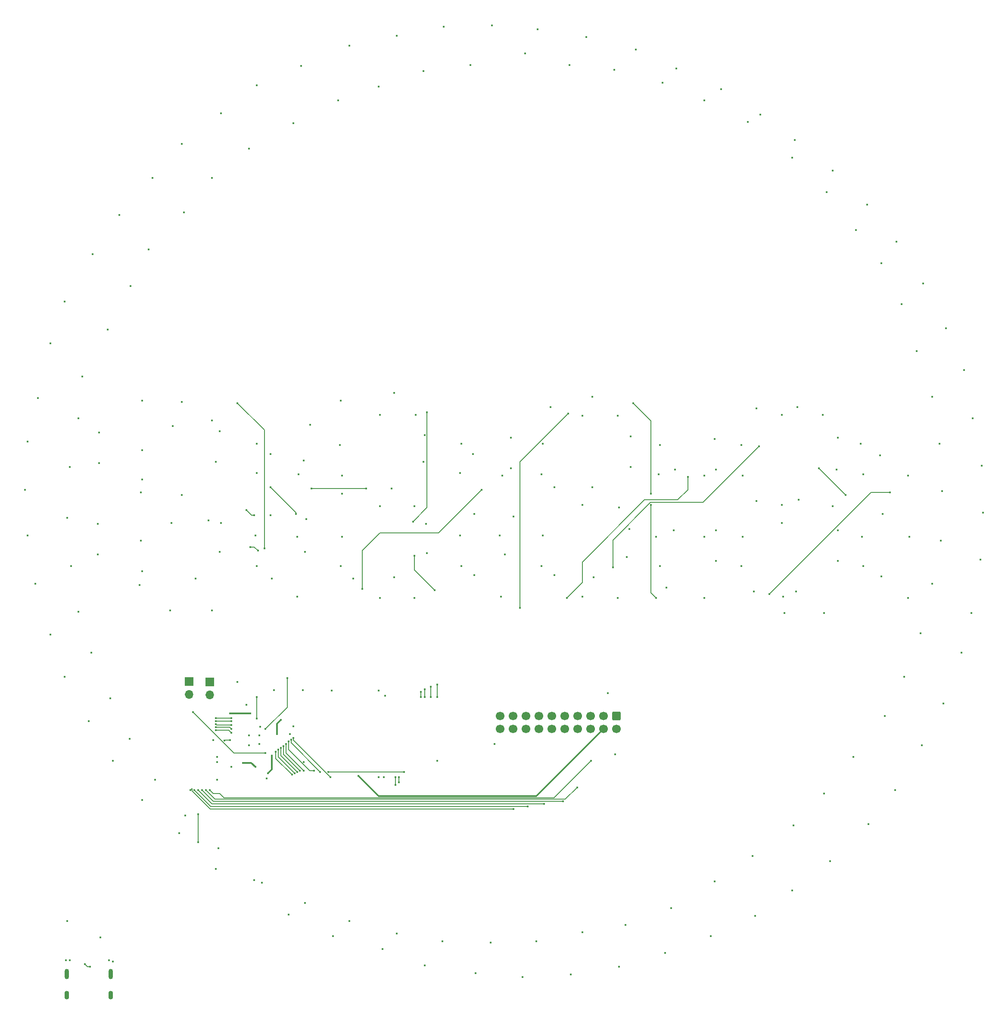
<source format=gbr>
%TF.GenerationSoftware,KiCad,Pcbnew,(6.0.9-0)*%
%TF.CreationDate,2022-12-31T14:30:25+01:00*%
%TF.ProjectId,tomclock,746f6d63-6c6f-4636-9b2e-6b696361645f,rev?*%
%TF.SameCoordinates,Original*%
%TF.FileFunction,Copper,L4,Bot*%
%TF.FilePolarity,Positive*%
%FSLAX46Y46*%
G04 Gerber Fmt 4.6, Leading zero omitted, Abs format (unit mm)*
G04 Created by KiCad (PCBNEW (6.0.9-0)) date 2022-12-31 14:30:25*
%MOMM*%
%LPD*%
G01*
G04 APERTURE LIST*
G04 Aperture macros list*
%AMRoundRect*
0 Rectangle with rounded corners*
0 $1 Rounding radius*
0 $2 $3 $4 $5 $6 $7 $8 $9 X,Y pos of 4 corners*
0 Add a 4 corners polygon primitive as box body*
4,1,4,$2,$3,$4,$5,$6,$7,$8,$9,$2,$3,0*
0 Add four circle primitives for the rounded corners*
1,1,$1+$1,$2,$3*
1,1,$1+$1,$4,$5*
1,1,$1+$1,$6,$7*
1,1,$1+$1,$8,$9*
0 Add four rect primitives between the rounded corners*
20,1,$1+$1,$2,$3,$4,$5,0*
20,1,$1+$1,$4,$5,$6,$7,0*
20,1,$1+$1,$6,$7,$8,$9,0*
20,1,$1+$1,$8,$9,$2,$3,0*%
G04 Aperture macros list end*
%TA.AperFunction,ComponentPad*%
%ADD10R,1.700000X1.700000*%
%TD*%
%TA.AperFunction,ComponentPad*%
%ADD11O,1.700000X1.700000*%
%TD*%
%TA.AperFunction,ComponentPad*%
%ADD12O,0.900000X1.700000*%
%TD*%
%TA.AperFunction,ComponentPad*%
%ADD13O,0.900000X2.000000*%
%TD*%
%TA.AperFunction,ComponentPad*%
%ADD14RoundRect,0.250000X-0.600000X0.600000X-0.600000X-0.600000X0.600000X-0.600000X0.600000X0.600000X0*%
%TD*%
%TA.AperFunction,ComponentPad*%
%ADD15C,1.700000*%
%TD*%
%TA.AperFunction,ViaPad*%
%ADD16C,0.450000*%
%TD*%
%TA.AperFunction,Conductor*%
%ADD17C,0.300000*%
%TD*%
%TA.AperFunction,Conductor*%
%ADD18C,0.127000*%
%TD*%
G04 APERTURE END LIST*
D10*
%TO.P,J1,1,Pin_1*%
%TO.N,GND*%
X59250000Y-148475000D03*
D11*
%TO.P,J1,2,Pin_2*%
%TO.N,Net-(J1-Pad2)*%
X59250000Y-151015000D03*
%TD*%
D12*
%TO.P,J2,S1,SHIELD*%
%TO.N,GND*%
X35180000Y-210115000D03*
X43820000Y-210115000D03*
D13*
X43820000Y-205945000D03*
X35180000Y-205945000D03*
%TD*%
D14*
%TO.P,J4,1,Pin_1*%
%TO.N,GND*%
X143180000Y-155247500D03*
D15*
%TO.P,J4,2,Pin_2*%
X143180000Y-157787500D03*
%TO.P,J4,3,Pin_3*%
%TO.N,VBUS*%
X140640000Y-155247500D03*
%TO.P,J4,4,Pin_4*%
%TO.N,+3V3*%
X140640000Y-157787500D03*
%TO.P,J4,5,Pin_5*%
%TO.N,/GPIO7_5*%
X138100000Y-155247500D03*
%TO.P,J4,6,Pin_6*%
%TO.N,/GPIO22*%
X138100000Y-157787500D03*
%TO.P,J4,7,Pin_7*%
%TO.N,/GPIO6_5*%
X135560000Y-155247500D03*
%TO.P,J4,8,Pin_8*%
%TO.N,/GPIO21*%
X135560000Y-157787500D03*
%TO.P,J4,9,Pin_9*%
%TO.N,/GPIO5_5*%
X133020000Y-155247500D03*
%TO.P,J4,10,Pin_10*%
%TO.N,/GPIO20*%
X133020000Y-157787500D03*
%TO.P,J4,11,Pin_11*%
%TO.N,/GPIO4_5*%
X130480000Y-155247500D03*
%TO.P,J4,12,Pin_12*%
%TO.N,/GPIO19*%
X130480000Y-157787500D03*
%TO.P,J4,13,Pin_13*%
%TO.N,/GPIO3_5*%
X127940000Y-155247500D03*
%TO.P,J4,14,Pin_14*%
%TO.N,/GPIO18*%
X127940000Y-157787500D03*
%TO.P,J4,15,Pin_15*%
%TO.N,/GPIO2_5*%
X125400000Y-155247500D03*
%TO.P,J4,16,Pin_16*%
%TO.N,/GPIO17*%
X125400000Y-157787500D03*
%TO.P,J4,17,Pin_17*%
%TO.N,/Circle_5*%
X122860000Y-155247500D03*
%TO.P,J4,18,Pin_18*%
%TO.N,GND*%
X122860000Y-157787500D03*
%TO.P,J4,19,Pin_19*%
%TO.N,/Digit_5*%
X120320000Y-155247500D03*
%TO.P,J4,20,Pin_20*%
%TO.N,GND*%
X120320000Y-157787500D03*
%TD*%
D10*
%TO.P,J3,1,Pin_1*%
%TO.N,GND*%
X63250000Y-148500000D03*
D11*
%TO.P,J3,2,Pin_2*%
%TO.N,Net-(J3-Pad2)*%
X63250000Y-151040000D03*
%TD*%
D16*
%TO.N,GND*%
X80500000Y-120000000D03*
X143750000Y-114250000D03*
X71000000Y-159000000D03*
X65000000Y-181250000D03*
X178250000Y-42000000D03*
X40000000Y-142750000D03*
X168000000Y-120000000D03*
X191250000Y-101750000D03*
X124750000Y-206500000D03*
X103500000Y-114000000D03*
X160500000Y-108000000D03*
X37500000Y-96750000D03*
X72250000Y-119750000D03*
X97250000Y-201000000D03*
X200500000Y-132000000D03*
X78750000Y-194250000D03*
X160500000Y-132000000D03*
X105500000Y-204250000D03*
X114500000Y-27250000D03*
X143500000Y-132000000D03*
X191500000Y-120000000D03*
X43250000Y-79250000D03*
X36000000Y-125750000D03*
X120500000Y-131750000D03*
X81600000Y-150100000D03*
X208000000Y-79000000D03*
X112500000Y-107500000D03*
X125250000Y-25000000D03*
X203500000Y-70250000D03*
X175750000Y-96000000D03*
X175750000Y-117250000D03*
X120750000Y-108000000D03*
X191750000Y-125750000D03*
X43750000Y-151750000D03*
X44250000Y-203500000D03*
X47750000Y-70750000D03*
X161750000Y-198500000D03*
X160500000Y-120000000D03*
X128500000Y-107750000D03*
X37500000Y-134750000D03*
X50000000Y-126750000D03*
X211500000Y-87250000D03*
X143500000Y-96250000D03*
X192750000Y-176500000D03*
X151750000Y-125750000D03*
X151000000Y-120000000D03*
X183750000Y-96000000D03*
X176000000Y-131750000D03*
X97750000Y-151250000D03*
X72500000Y-107500000D03*
X50000000Y-108750000D03*
X108000000Y-164000000D03*
X103500000Y-132000000D03*
X87500000Y-198500000D03*
X143000000Y-162750000D03*
X213250000Y-96750000D03*
X198250000Y-62000000D03*
X68750000Y-148500000D03*
X170500000Y-194500000D03*
X80500000Y-131750000D03*
X56000000Y-98250000D03*
X63000000Y-116750000D03*
X71000000Y-161000000D03*
X185750000Y-48000000D03*
X185250000Y-183750000D03*
X96750000Y-96000000D03*
X136500000Y-96250000D03*
X80750000Y-107750000D03*
X67500000Y-165250000D03*
X177750000Y-189500000D03*
X52500000Y-167750000D03*
X35750000Y-106250000D03*
X71000000Y-43750000D03*
X96750000Y-114000000D03*
X215000000Y-106000000D03*
X64000000Y-160000000D03*
X64750000Y-164250000D03*
X134000000Y-27250000D03*
X63750000Y-49500000D03*
X119250000Y-160750000D03*
X105250000Y-28500000D03*
X73219634Y-157335000D03*
X89250000Y-108000000D03*
X112750000Y-125750000D03*
X75900000Y-150100000D03*
X72500000Y-101750000D03*
X167750000Y-102000000D03*
X58500000Y-174750000D03*
X72000000Y-187500000D03*
X70500000Y-153000000D03*
X136500000Y-131750000D03*
X35000000Y-203250000D03*
X58250000Y-56250000D03*
X38250000Y-88500000D03*
X79750000Y-38750000D03*
X103750000Y-96000000D03*
X143750000Y-204500000D03*
X79000000Y-158750000D03*
X128750000Y-119750000D03*
X55750000Y-117250000D03*
X88500000Y-34250000D03*
X79750000Y-157250000D03*
X41750000Y-198750000D03*
X89250000Y-120000000D03*
X167750000Y-125750000D03*
X89000000Y-125750000D03*
X64750000Y-163250000D03*
X120250000Y-119750000D03*
X142750000Y-28250000D03*
X168000000Y-108000000D03*
X49750000Y-120750000D03*
X184000000Y-135000000D03*
X213000000Y-135000000D03*
X112500000Y-119750000D03*
X73000000Y-159000000D03*
X64750000Y-167750000D03*
X185750000Y-114000000D03*
X63750000Y-97125500D03*
X198000000Y-169750000D03*
X203250000Y-161000000D03*
X74500000Y-167500000D03*
X176250000Y-135000000D03*
X175750000Y-113750000D03*
X72500000Y-125750000D03*
X50000000Y-103000000D03*
X47500000Y-159750000D03*
X35250000Y-195500000D03*
X51250000Y-63500000D03*
X152750000Y-201750000D03*
X215250000Y-115250000D03*
X160500000Y-34250000D03*
X81750000Y-164250000D03*
X214750000Y-124500000D03*
X88844500Y-102000000D03*
X151500000Y-107750000D03*
X211000000Y-142750000D03*
X128500000Y-125750000D03*
X63750000Y-134500000D03*
X128750000Y-101750000D03*
X151750000Y-102000000D03*
X134250000Y-206000000D03*
X55500000Y-134500000D03*
X192500000Y-54750000D03*
X207500000Y-152750000D03*
X115500000Y-205750000D03*
X200500000Y-108000000D03*
X97500000Y-167250000D03*
X112750000Y-101750000D03*
X136500000Y-113750000D03*
X35250000Y-116250000D03*
X169000000Y-38500000D03*
X73000000Y-160750000D03*
X191750000Y-107750000D03*
X96500000Y-31500000D03*
X96750000Y-132000000D03*
X200750000Y-120000000D03*
X152250000Y-30750000D03*
%TO.N,VBUS*%
X49500000Y-129500000D03*
X99000000Y-110500000D03*
X186750000Y-124750000D03*
X189750000Y-163250000D03*
X32000000Y-82000000D03*
X52000000Y-49500000D03*
X45500000Y-56750000D03*
X115250000Y-115500000D03*
X202250000Y-83500000D03*
X184500000Y-52250000D03*
X83000000Y-98000000D03*
X87250000Y-150250000D03*
X44250000Y-164000000D03*
X195250000Y-127750000D03*
X184000000Y-170500000D03*
X89000000Y-93250000D03*
X106000000Y-123250000D03*
X57750000Y-42750000D03*
X137250000Y-21750000D03*
X105750000Y-117500000D03*
X90750000Y-195500000D03*
X162500000Y-100750000D03*
X206750000Y-101750000D03*
X170750000Y-113000000D03*
X60500000Y-128250000D03*
X123000000Y-116000000D03*
X96500000Y-150250000D03*
X121250000Y-123500000D03*
X141500000Y-150750000D03*
X100000000Y-198000000D03*
X27500000Y-119750000D03*
X96500000Y-167250000D03*
X41500000Y-105500000D03*
X105500000Y-100000000D03*
X122500000Y-100500000D03*
X57750000Y-111750000D03*
X75250000Y-115750000D03*
X205250000Y-129250000D03*
X162750000Y-124750000D03*
X34750000Y-147500000D03*
X65250000Y-123000000D03*
X190250000Y-59750000D03*
X41250000Y-117500000D03*
X118500000Y-199750000D03*
X195500000Y-115500000D03*
X50000000Y-171750000D03*
X41500000Y-99500000D03*
X122500000Y-106500000D03*
X162750000Y-106750000D03*
X155000000Y-28000000D03*
X29500000Y-92750000D03*
X154750000Y-106750000D03*
X130250000Y-94500000D03*
X136500000Y-197750000D03*
X91500000Y-128250000D03*
X177750000Y-45500000D03*
X100000000Y-21500000D03*
X138500000Y-92500000D03*
X153000000Y-130000000D03*
X186750000Y-118750000D03*
X127750000Y-20250000D03*
X65500000Y-117250000D03*
X199250000Y-74250000D03*
X43500000Y-203250000D03*
X186750000Y-100500000D03*
X75500000Y-128250000D03*
X34750000Y-73750000D03*
X35750000Y-203250000D03*
X64500000Y-185250000D03*
X115000000Y-103750000D03*
X118750000Y-19500000D03*
X138750000Y-128000000D03*
X41250000Y-123500000D03*
X207250000Y-111000000D03*
X195000000Y-104000000D03*
X82000000Y-192000000D03*
X39500000Y-156250000D03*
X145750000Y-118500000D03*
X90750000Y-23500000D03*
X205250000Y-92500000D03*
X178750000Y-94500000D03*
X162750000Y-118750000D03*
X154000000Y-193000000D03*
X99500000Y-91750000D03*
X57750000Y-93500000D03*
X27000000Y-110750000D03*
X40250000Y-64500000D03*
X105250000Y-105250000D03*
X207000000Y-120750000D03*
X127500000Y-199500000D03*
X147000000Y-24250000D03*
X145250000Y-124000000D03*
X186500000Y-106750000D03*
X145000000Y-196250000D03*
X178500000Y-130750000D03*
X89250000Y-111500000D03*
X178000000Y-176750000D03*
X138500000Y-110250000D03*
X50000000Y-93250000D03*
X64500000Y-105250000D03*
X65250000Y-99250000D03*
X81750000Y-105000000D03*
X170250000Y-130750000D03*
X131000000Y-110250000D03*
X57250000Y-178250000D03*
X109250000Y-19750000D03*
X131000000Y-127500000D03*
X146000000Y-100250000D03*
X49750000Y-111250000D03*
X195250000Y-66250000D03*
X82250000Y-116500000D03*
X72500000Y-31250000D03*
X73500000Y-188000000D03*
X163750000Y-32000000D03*
X203000000Y-139000000D03*
X171500000Y-37000000D03*
X82000000Y-123000000D03*
X196000000Y-155250000D03*
X170000000Y-182750000D03*
X65500000Y-36750000D03*
X29000000Y-129250000D03*
X162500000Y-187750000D03*
X154500000Y-118750000D03*
X32000000Y-139250000D03*
X199750000Y-147500000D03*
X75250000Y-103750000D03*
X81250000Y-27500000D03*
X179000000Y-112750000D03*
X170750000Y-94750000D03*
X109000000Y-199500000D03*
X27500000Y-101250000D03*
X115250000Y-127500000D03*
X146000000Y-106250000D03*
X99500000Y-128000000D03*
%TO.N,+3V3*%
X71250000Y-154750000D03*
X76500000Y-158750000D03*
X77250000Y-156000000D03*
X74750000Y-166500000D03*
X67250000Y-154750000D03*
X72250000Y-165250000D03*
X75500000Y-163000000D03*
X92500000Y-167000000D03*
X69785000Y-164450000D03*
%TO.N,Net-(DS37-Pad2)*%
X61000000Y-180000000D03*
X61000000Y-174500000D03*
%TO.N,/Digit1/S9*%
X68750000Y-93750000D03*
X74000000Y-122250000D03*
%TO.N,Net-(DS67-Pad2)*%
X70500000Y-114750000D03*
X72000000Y-115750000D03*
%TO.N,Net-(DS69-Pad2)*%
X72750000Y-122750000D03*
X71250000Y-122000000D03*
%TO.N,Net-(DS74-Pad2)*%
X80250000Y-115500000D03*
X75250000Y-110250000D03*
%TO.N,/Digit2/S9*%
X103500000Y-123750000D03*
X106000000Y-95500000D03*
X103250000Y-117000000D03*
X107500000Y-130500000D03*
%TO.N,Net-(DS81-Pad2)*%
X83250000Y-110500000D03*
X94000000Y-110500000D03*
%TO.N,Net-(DS89-Pad2)*%
X93250000Y-130250000D03*
X116750000Y-110750000D03*
%TO.N,/Digit2/DIGIT_OUT*%
X124250000Y-134000000D03*
X133750000Y-95750000D03*
%TO.N,/Digit3/S9*%
X150000000Y-111500000D03*
X150000000Y-113750000D03*
X146500000Y-93750000D03*
X151000000Y-132000000D03*
%TO.N,Net-(DS106-Pad2)*%
X157250000Y-108250000D03*
X133500000Y-132000000D03*
%TO.N,/Digit3/DIGIT_OUT*%
X171250000Y-102250000D03*
X142500000Y-126000000D03*
%TO.N,/Digit4/S9*%
X183000000Y-106500000D03*
X188250000Y-111750000D03*
%TO.N,Net-(DS123-Pad2)*%
X197000000Y-111250000D03*
X173250000Y-131250000D03*
%TO.N,/rp2040_base/XIN*%
X72500000Y-151500000D03*
X72500000Y-155750000D03*
%TO.N,/rp2040_base/USB_C_D-*%
X38750000Y-204000000D03*
X39750000Y-204500000D03*
%TO.N,/GPIO7_5*%
X108000000Y-151500000D03*
X108000000Y-149000000D03*
%TO.N,/GPIO19*%
X129000000Y-172500000D03*
X67500000Y-157000000D03*
X64500000Y-156846994D03*
X61000000Y-169750000D03*
%TO.N,/GPIO6_5*%
X106750000Y-149500000D03*
X106750000Y-151500000D03*
%TO.N,/GPIO18*%
X60250000Y-169750000D03*
X64500000Y-156250000D03*
X67500000Y-156250000D03*
X125750000Y-173000000D03*
%TO.N,/GPIO5_5*%
X105500000Y-151500000D03*
X105500000Y-150000000D03*
%TO.N,/GPIO17*%
X123000000Y-173500000D03*
X67500000Y-155673497D03*
X59500000Y-169750000D03*
X64500000Y-155673497D03*
%TO.N,/GPIO4_5*%
X104750000Y-150500000D03*
X104750000Y-151500000D03*
%TO.N,/rp2040_base/QSPI_SS*%
X74250000Y-162500000D03*
X60000000Y-154500000D03*
%TO.N,/rp2040_base/XOUT*%
X78500000Y-147750000D03*
X74250000Y-157750000D03*
%TO.N,/rp2040_base/GPIO0*%
X79453080Y-166773460D03*
X76271486Y-162225939D03*
%TO.N,/rp2040_base/GPIO1*%
X79968720Y-166515640D03*
X76750000Y-161815000D03*
%TO.N,/rp2040_base/GPIO2*%
X80484360Y-166257820D03*
X77250000Y-161500000D03*
%TO.N,/rp2040_base/GPIO3*%
X81000000Y-166000000D03*
X77750000Y-161165000D03*
%TO.N,/rp2040_base/GPIO4*%
X81750000Y-166000000D03*
X78250000Y-160750000D03*
X99750000Y-167250000D03*
X99750000Y-168750000D03*
%TO.N,/rp2040_base/GPIO5*%
X100500000Y-168250000D03*
X100500000Y-167250000D03*
X78750000Y-160250000D03*
X83750000Y-166000000D03*
%TO.N,/rp2040_base/GPIO6*%
X79250000Y-159915000D03*
X85000000Y-166250000D03*
X101500000Y-166250000D03*
X86543450Y-166206550D03*
%TO.N,/rp2040_base/GPIO7*%
X87000000Y-167250000D03*
X79750000Y-159500000D03*
%TO.N,/GPIO22*%
X138250000Y-164000000D03*
X67251500Y-160000000D03*
X66166640Y-160079740D03*
X63250000Y-169750000D03*
%TO.N,/GPIO21*%
X62500000Y-169750000D03*
X135500000Y-169250000D03*
X67500000Y-158498500D03*
X64500000Y-158000000D03*
%TO.N,/GPIO20*%
X64500000Y-157423497D03*
X132750000Y-172009500D03*
X61750000Y-169750000D03*
X67500000Y-157750000D03*
%TD*%
D17*
%TO.N,+3V3*%
X92500000Y-167000000D02*
X96500000Y-171000000D01*
X75500000Y-165750000D02*
X74750000Y-166500000D01*
X71250000Y-154750000D02*
X67250000Y-154750000D01*
X75500000Y-163000000D02*
X75500000Y-165750000D01*
X69785000Y-164450000D02*
X71450000Y-164450000D01*
X96500000Y-171000000D02*
X127427500Y-171000000D01*
X71450000Y-164450000D02*
X72250000Y-165250000D01*
X76500000Y-156750000D02*
X77250000Y-156000000D01*
X76500000Y-158750000D02*
X76500000Y-156750000D01*
X127427500Y-171000000D02*
X140640000Y-157787500D01*
D18*
%TO.N,Net-(DS37-Pad2)*%
X61000000Y-180000000D02*
X61000000Y-174500000D01*
%TO.N,/Digit1/S9*%
X74000000Y-99000000D02*
X68750000Y-93750000D01*
X74000000Y-122250000D02*
X74000000Y-99000000D01*
%TO.N,Net-(DS67-Pad2)*%
X70500000Y-114750000D02*
X71500000Y-115750000D01*
X71500000Y-115750000D02*
X72000000Y-115750000D01*
%TO.N,Net-(DS69-Pad2)*%
X72000000Y-122000000D02*
X72750000Y-122750000D01*
X71250000Y-122000000D02*
X72000000Y-122000000D01*
%TO.N,Net-(DS74-Pad2)*%
X75250000Y-110250000D02*
X80250000Y-115250000D01*
X80250000Y-115250000D02*
X80250000Y-115500000D01*
%TO.N,/Digit2/S9*%
X107500000Y-130500000D02*
X103500000Y-126500000D01*
X103250000Y-117000000D02*
X106000000Y-114250000D01*
X106000000Y-114250000D02*
X106000000Y-95500000D01*
X103500000Y-126500000D02*
X103500000Y-123750000D01*
%TO.N,Net-(DS81-Pad2)*%
X83250000Y-110500000D02*
X94000000Y-110500000D01*
%TO.N,Net-(DS89-Pad2)*%
X93250000Y-122750000D02*
X93250000Y-130250000D01*
X116750000Y-110750000D02*
X108250000Y-119250000D01*
X108250000Y-119250000D02*
X96750000Y-119250000D01*
X96750000Y-119250000D02*
X93250000Y-122750000D01*
%TO.N,/Digit2/DIGIT_OUT*%
X124250000Y-105250000D02*
X133750000Y-95750000D01*
X124250000Y-134000000D02*
X124250000Y-105250000D01*
%TO.N,/Digit3/S9*%
X146500000Y-93750000D02*
X150000000Y-97250000D01*
X150000000Y-97250000D02*
X150000000Y-111500000D01*
X150000000Y-131000000D02*
X151000000Y-132000000D01*
X150000000Y-113750000D02*
X150000000Y-131000000D01*
%TO.N,Net-(DS106-Pad2)*%
X155250000Y-112750000D02*
X157250000Y-110750000D01*
X136500000Y-125000000D02*
X148750000Y-112750000D01*
X133500000Y-132000000D02*
X136500000Y-129000000D01*
X136500000Y-129000000D02*
X136500000Y-125000000D01*
X148750000Y-112750000D02*
X155250000Y-112750000D01*
X157250000Y-110750000D02*
X157250000Y-108250000D01*
%TO.N,/Digit3/DIGIT_OUT*%
X160250000Y-113250000D02*
X171250000Y-102250000D01*
X142500000Y-120662394D02*
X149912394Y-113250000D01*
X142500000Y-126000000D02*
X142500000Y-120662394D01*
X149912394Y-113250000D02*
X160250000Y-113250000D01*
%TO.N,/Digit4/S9*%
X183000000Y-106500000D02*
X188250000Y-111750000D01*
%TO.N,Net-(DS123-Pad2)*%
X173250000Y-131250000D02*
X193250000Y-111250000D01*
X193250000Y-111250000D02*
X197000000Y-111250000D01*
%TO.N,/rp2040_base/XIN*%
X72500000Y-151500000D02*
X72500000Y-155750000D01*
%TO.N,/rp2040_base/USB_C_D-*%
X39250000Y-204500000D02*
X38750000Y-204000000D01*
X39750000Y-204500000D02*
X39250000Y-204500000D01*
%TO.N,/GPIO7_5*%
X108000000Y-151500000D02*
X108000000Y-149000000D01*
%TO.N,/GPIO19*%
X64653006Y-157000000D02*
X64500000Y-156846994D01*
X61000000Y-169750000D02*
X63750000Y-172500000D01*
X67500000Y-157000000D02*
X64653006Y-157000000D01*
X63750000Y-172500000D02*
X67750000Y-172500000D01*
X67750000Y-172500000D02*
X129000000Y-172500000D01*
%TO.N,/GPIO6_5*%
X106750000Y-151500000D02*
X106750000Y-149500000D01*
%TO.N,/GPIO18*%
X60250000Y-169750000D02*
X63500000Y-173000000D01*
X65750000Y-173000000D02*
X125750000Y-173000000D01*
X67500000Y-156250000D02*
X64500000Y-156250000D01*
X63500000Y-173000000D02*
X65750000Y-173000000D01*
%TO.N,/GPIO5_5*%
X105500000Y-151500000D02*
X105500000Y-150000000D01*
%TO.N,/GPIO17*%
X59834500Y-169922106D02*
X63412394Y-173500000D01*
X59834500Y-169415500D02*
X59834500Y-169922106D01*
X67500000Y-155673497D02*
X64500000Y-155673497D01*
X59500000Y-169750000D02*
X59834500Y-169415500D01*
X63412394Y-173500000D02*
X123000000Y-173500000D01*
%TO.N,/GPIO4_5*%
X104750000Y-151500000D02*
X104750000Y-150500000D01*
%TO.N,/rp2040_base/QSPI_SS*%
X68000000Y-162500000D02*
X74250000Y-162500000D01*
X60000000Y-154500000D02*
X68000000Y-162500000D01*
%TO.N,/rp2040_base/XOUT*%
X78500000Y-153500000D02*
X74250000Y-157750000D01*
X78500000Y-147750000D02*
X78500000Y-153500000D01*
%TO.N,/rp2040_base/GPIO0*%
X76271486Y-163591866D02*
X79453080Y-166773460D01*
X76271486Y-162225939D02*
X76271486Y-163591866D01*
%TO.N,/rp2040_base/GPIO1*%
X76750000Y-163296920D02*
X79968720Y-166515640D01*
X76750000Y-161815000D02*
X76750000Y-163296920D01*
%TO.N,/rp2040_base/GPIO2*%
X77363270Y-163136730D02*
X80484360Y-166257820D01*
X77250000Y-161500000D02*
X77250000Y-163023460D01*
X77250000Y-163023460D02*
X77363270Y-163136730D01*
%TO.N,/rp2040_base/GPIO3*%
X81000000Y-166000000D02*
X77750000Y-162750000D01*
X77750000Y-161165000D02*
X77750000Y-162750000D01*
%TO.N,/rp2040_base/GPIO4*%
X78250000Y-160750000D02*
X78250000Y-162500000D01*
X99750000Y-167250000D02*
X99750000Y-168750000D01*
X81750000Y-166000000D02*
X78250000Y-162500000D01*
%TO.N,/rp2040_base/GPIO5*%
X78750000Y-160250000D02*
X78750000Y-161837606D01*
X83750000Y-166000000D02*
X82912394Y-166000000D01*
X100500000Y-167250000D02*
X100500000Y-168250000D01*
X82912394Y-166000000D02*
X78831197Y-161918803D01*
X78750000Y-161837606D02*
X78831197Y-161918803D01*
%TO.N,/rp2040_base/GPIO6*%
X79250000Y-160500000D02*
X85000000Y-166250000D01*
X101543450Y-166206550D02*
X101500000Y-166250000D01*
X79250000Y-159915000D02*
X79250000Y-160500000D01*
X86543450Y-166206550D02*
X101543450Y-166206550D01*
%TO.N,/rp2040_base/GPIO7*%
X87000000Y-167250000D02*
X79750000Y-160000000D01*
X79750000Y-160000000D02*
X79750000Y-159500000D01*
%TO.N,/GPIO22*%
X65250000Y-170500000D02*
X66090500Y-171340500D01*
X63250000Y-169750000D02*
X64000000Y-170500000D01*
X130909500Y-171340500D02*
X138250000Y-164000000D01*
X66090500Y-171340500D02*
X130909500Y-171340500D01*
X64000000Y-170500000D02*
X65250000Y-170500000D01*
X66246380Y-160000000D02*
X66166640Y-160079740D01*
X67251500Y-160000000D02*
X66246380Y-160000000D01*
%TO.N,/GPIO21*%
X96500000Y-171594500D02*
X133155500Y-171594500D01*
X133155500Y-171594500D02*
X135500000Y-169250000D01*
X67500000Y-158498500D02*
X67001500Y-158000000D01*
X62500000Y-169750000D02*
X64344500Y-171594500D01*
X67001500Y-158000000D02*
X64500000Y-158000000D01*
X64344500Y-171594500D02*
X96500000Y-171594500D01*
%TO.N,/GPIO20*%
X74000000Y-172000000D02*
X132740500Y-172000000D01*
X64000000Y-172000000D02*
X74000000Y-172000000D01*
X132740500Y-172000000D02*
X132750000Y-172009500D01*
X67173497Y-157423497D02*
X64500000Y-157423497D01*
X61750000Y-169750000D02*
X64000000Y-172000000D01*
X67500000Y-157750000D02*
X67173497Y-157423497D01*
%TD*%
M02*

</source>
